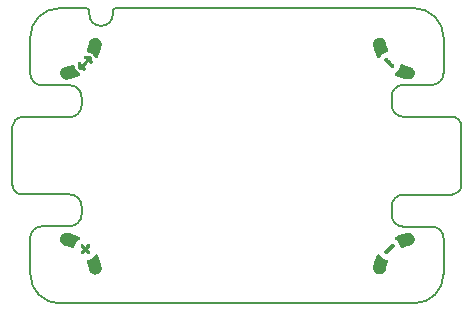
<source format=gto>
%TF.GenerationSoftware,KiCad,Pcbnew,9.0.5*%
%TF.CreationDate,2025-10-03T12:11:26+01:00*%
%TF.ProjectId,mm_rotary_button,6d6d5f72-6f74-4617-9279-5f627574746f,0.4*%
%TF.SameCoordinates,PX8d24d00PY36d6160*%
%TF.FileFunction,Legend,Top*%
%TF.FilePolarity,Positive*%
%FSLAX45Y45*%
G04 Gerber Fmt 4.5, Leading zero omitted, Abs format (unit mm)*
G04 Created by KiCad (PCBNEW 9.0.5) date 2025-10-03 12:11:26*
%MOMM*%
%LPD*%
G01*
G04 APERTURE LIST*
%ADD10C,0.200000*%
%ADD11C,0.010000*%
G04 APERTURE END LIST*
D10*
X-1250000Y1225000D02*
X-1250000Y1200000D01*
X-1315000Y427000D02*
X-1315000Y497000D01*
X-1900000Y247000D02*
X-1900000Y-247000D01*
X1409800Y330000D02*
G75*
G02*
X1310000Y430000I-100J99700D01*
G01*
X-1500000Y-1250000D02*
G75*
G02*
X-1750000Y-1000000I-80J249920D01*
G01*
X-1275000Y1250000D02*
G75*
G02*
X-1250000Y1225000I80J-24920D01*
G01*
X1750000Y700000D02*
X1750000Y1000000D01*
X1500000Y1250000D02*
X-1025000Y1250000D01*
X1650000Y-600000D02*
X1410000Y-600000D01*
X1820000Y330000D02*
G75*
G02*
X1900000Y250000I110J-79890D01*
G01*
X-1414800Y-597000D02*
X-1650000Y-597000D01*
X-1820000Y-327000D02*
G75*
G02*
X-1900000Y-247000I-110J79890D01*
G01*
X-1750000Y-697000D02*
G75*
G02*
X-1650000Y-597000I100040J-40D01*
G01*
X-1650000Y597000D02*
X-1414800Y597000D01*
X1650000Y-600000D02*
G75*
G02*
X1750000Y-700000I-40J-100040D01*
G01*
X-1275000Y1250000D02*
X-1500000Y1250000D01*
X-1750000Y1000000D02*
G75*
G02*
X-1500000Y1250000I249920J80D01*
G01*
X-1650000Y597000D02*
G75*
G02*
X-1750000Y697000I40J100040D01*
G01*
X-1050000Y1200000D02*
X-1050000Y1225000D01*
X-1900000Y247000D02*
G75*
G02*
X-1820000Y327000I79890J110D01*
G01*
X1900000Y-250000D02*
X1900000Y250000D01*
X-1414800Y597000D02*
G75*
G02*
X-1315000Y497000I100J-99700D01*
G01*
X-1315000Y427000D02*
G75*
G02*
X-1414800Y327000I-100040J40D01*
G01*
X1310000Y500000D02*
G75*
G02*
X1410000Y600000I100040J-40D01*
G01*
X1820000Y330000D02*
X1409800Y330000D01*
X-1050000Y1225000D02*
G75*
G02*
X-1025000Y1250000I24920J80D01*
G01*
X-1750000Y-697000D02*
X-1750000Y-1000000D01*
X1410000Y-330000D02*
X1820000Y-330000D01*
X1410000Y-600000D02*
G75*
G02*
X1310000Y-500000I40J100040D01*
G01*
X1750000Y700000D02*
G75*
G02*
X1650000Y600000I-100040J40D01*
G01*
X-1820000Y-327000D02*
X-1415000Y-327000D01*
X-1050000Y1200000D02*
G75*
G02*
X-1250000Y1200000I-100000J0D01*
G01*
X1500000Y1250000D02*
G75*
G02*
X1750000Y1000000I80J-249920D01*
G01*
X-1314800Y-497000D02*
G75*
G02*
X-1414800Y-597000I-100040J40D01*
G01*
X-1750000Y1000000D02*
X-1750000Y697000D01*
X-1415000Y-327000D02*
G75*
G02*
X-1315000Y-427000I-40J-100040D01*
G01*
X1750000Y-1000000D02*
X1750000Y-700000D01*
X1410000Y600000D02*
X1650000Y600000D01*
X1310000Y-430000D02*
X1310000Y-500000D01*
X-1500000Y-1250000D02*
X1500000Y-1250000D01*
X-1414800Y327000D02*
X-1820000Y327000D01*
X1750000Y-1000000D02*
G75*
G02*
X1500000Y-1250000I-249920J-80D01*
G01*
X1310000Y500000D02*
X1310000Y430000D01*
X1310000Y-430000D02*
G75*
G02*
X1410000Y-330000I99870J130D01*
G01*
X-1314800Y-497000D02*
X-1315000Y-427000D01*
X1900000Y-250000D02*
G75*
G02*
X1820000Y-330000I-79890J-110D01*
G01*
D11*
%TO.C,MH3*%
X-1192931Y-836394D02*
X-1191257Y-837027D01*
X-1189695Y-838171D01*
X-1188172Y-839891D01*
X-1186619Y-842253D01*
X-1184964Y-845323D01*
X-1184948Y-845354D01*
X-1179208Y-857513D01*
X-1173866Y-870278D01*
X-1168954Y-883549D01*
X-1164506Y-897227D01*
X-1160557Y-911211D01*
X-1157140Y-925402D01*
X-1155899Y-931266D01*
X-1154818Y-937214D01*
X-1154127Y-942527D01*
X-1153821Y-947262D01*
X-1153897Y-951472D01*
X-1154284Y-954831D01*
X-1155733Y-961174D01*
X-1157871Y-967152D01*
X-1160673Y-972730D01*
X-1164116Y-977873D01*
X-1168175Y-982545D01*
X-1172826Y-986712D01*
X-1178047Y-990338D01*
X-1178878Y-990834D01*
X-1184149Y-993463D01*
X-1189773Y-995434D01*
X-1195641Y-996736D01*
X-1201647Y-997358D01*
X-1207684Y-997290D01*
X-1213646Y-996520D01*
X-1219426Y-995039D01*
X-1219807Y-994913D01*
X-1225413Y-992621D01*
X-1230708Y-989641D01*
X-1235624Y-986040D01*
X-1240091Y-981884D01*
X-1244042Y-977239D01*
X-1247407Y-972174D01*
X-1250118Y-966754D01*
X-1250986Y-964554D01*
X-1251441Y-963125D01*
X-1251994Y-961102D01*
X-1252599Y-958674D01*
X-1253208Y-956026D01*
X-1253776Y-953347D01*
X-1253785Y-953303D01*
X-1255948Y-943330D01*
X-1258307Y-933953D01*
X-1260919Y-924988D01*
X-1263839Y-916248D01*
X-1267123Y-907550D01*
X-1269078Y-902780D01*
X-1270446Y-899330D01*
X-1271384Y-896446D01*
X-1271897Y-894035D01*
X-1271989Y-891999D01*
X-1271668Y-890243D01*
X-1270937Y-888671D01*
X-1269942Y-887343D01*
X-1269047Y-886417D01*
X-1268076Y-885650D01*
X-1266891Y-884976D01*
X-1265351Y-884329D01*
X-1263320Y-883640D01*
X-1260658Y-882843D01*
X-1260569Y-882818D01*
X-1254890Y-881049D01*
X-1249717Y-879145D01*
X-1244763Y-876992D01*
X-1241457Y-875373D01*
X-1233943Y-871099D01*
X-1226785Y-866147D01*
X-1220056Y-860579D01*
X-1213827Y-854458D01*
X-1208173Y-847848D01*
X-1205396Y-844116D01*
X-1203203Y-841237D01*
X-1201170Y-839061D01*
X-1199224Y-837537D01*
X-1197292Y-836609D01*
X-1195302Y-836223D01*
X-1194786Y-836205D01*
X-1192931Y-836394D01*
G36*
X-1192931Y-836394D02*
G01*
X-1191257Y-837027D01*
X-1189695Y-838171D01*
X-1188172Y-839891D01*
X-1186619Y-842253D01*
X-1184964Y-845323D01*
X-1184948Y-845354D01*
X-1179208Y-857513D01*
X-1173866Y-870278D01*
X-1168954Y-883549D01*
X-1164506Y-897227D01*
X-1160557Y-911211D01*
X-1157140Y-925402D01*
X-1155899Y-931266D01*
X-1154818Y-937214D01*
X-1154127Y-942527D01*
X-1153821Y-947262D01*
X-1153897Y-951472D01*
X-1154284Y-954831D01*
X-1155733Y-961174D01*
X-1157871Y-967152D01*
X-1160673Y-972730D01*
X-1164116Y-977873D01*
X-1168175Y-982545D01*
X-1172826Y-986712D01*
X-1178047Y-990338D01*
X-1178878Y-990834D01*
X-1184149Y-993463D01*
X-1189773Y-995434D01*
X-1195641Y-996736D01*
X-1201647Y-997358D01*
X-1207684Y-997290D01*
X-1213646Y-996520D01*
X-1219426Y-995039D01*
X-1219807Y-994913D01*
X-1225413Y-992621D01*
X-1230708Y-989641D01*
X-1235624Y-986040D01*
X-1240091Y-981884D01*
X-1244042Y-977239D01*
X-1247407Y-972174D01*
X-1250118Y-966754D01*
X-1250986Y-964554D01*
X-1251441Y-963125D01*
X-1251994Y-961102D01*
X-1252599Y-958674D01*
X-1253208Y-956026D01*
X-1253776Y-953347D01*
X-1253785Y-953303D01*
X-1255948Y-943330D01*
X-1258307Y-933953D01*
X-1260919Y-924988D01*
X-1263839Y-916248D01*
X-1267123Y-907550D01*
X-1269078Y-902780D01*
X-1270446Y-899330D01*
X-1271384Y-896446D01*
X-1271897Y-894035D01*
X-1271989Y-891999D01*
X-1271668Y-890243D01*
X-1270937Y-888671D01*
X-1269942Y-887343D01*
X-1269047Y-886417D01*
X-1268076Y-885650D01*
X-1266891Y-884976D01*
X-1265351Y-884329D01*
X-1263320Y-883640D01*
X-1260658Y-882843D01*
X-1260569Y-882818D01*
X-1254890Y-881049D01*
X-1249717Y-879145D01*
X-1244763Y-876992D01*
X-1241457Y-875373D01*
X-1233943Y-871099D01*
X-1226785Y-866147D01*
X-1220056Y-860579D01*
X-1213827Y-854458D01*
X-1208173Y-847848D01*
X-1205396Y-844116D01*
X-1203203Y-841237D01*
X-1201170Y-839061D01*
X-1199224Y-837537D01*
X-1197292Y-836609D01*
X-1195302Y-836223D01*
X-1194786Y-836205D01*
X-1192931Y-836394D01*
G37*
X-1447018Y-654034D02*
X-1444850Y-654071D01*
X-1442753Y-654172D01*
X-1440629Y-654351D01*
X-1438376Y-654625D01*
X-1435895Y-655011D01*
X-1433084Y-655524D01*
X-1429843Y-656180D01*
X-1426072Y-656996D01*
X-1421671Y-657988D01*
X-1419832Y-658410D01*
X-1408491Y-661261D01*
X-1396873Y-664641D01*
X-1385164Y-668482D01*
X-1373550Y-672718D01*
X-1362217Y-677282D01*
X-1351349Y-682108D01*
X-1344232Y-685549D01*
X-1341479Y-686997D01*
X-1339376Y-688277D01*
X-1337819Y-689468D01*
X-1336704Y-690652D01*
X-1335927Y-691910D01*
X-1335840Y-692096D01*
X-1335242Y-693899D01*
X-1335247Y-695582D01*
X-1335643Y-697006D01*
X-1336728Y-698977D01*
X-1338560Y-701002D01*
X-1341098Y-703036D01*
X-1341577Y-703366D01*
X-1348900Y-708774D01*
X-1355647Y-714694D01*
X-1361793Y-721098D01*
X-1367315Y-727957D01*
X-1372187Y-735240D01*
X-1376387Y-742920D01*
X-1378938Y-748575D01*
X-1380172Y-751694D01*
X-1381294Y-754833D01*
X-1382369Y-758196D01*
X-1383463Y-761983D01*
X-1384348Y-765277D01*
X-1384880Y-767101D01*
X-1385421Y-768406D01*
X-1386105Y-769456D01*
X-1386850Y-770298D01*
X-1388407Y-771642D01*
X-1390045Y-772450D01*
X-1391876Y-772726D01*
X-1394010Y-772476D01*
X-1396555Y-771702D01*
X-1398798Y-770783D01*
X-1410850Y-765838D01*
X-1423279Y-761510D01*
X-1436143Y-757780D01*
X-1449501Y-754630D01*
X-1452569Y-754002D01*
X-1456037Y-753292D01*
X-1458875Y-752660D01*
X-1461237Y-752063D01*
X-1463276Y-751455D01*
X-1465147Y-750793D01*
X-1467003Y-750030D01*
X-1468387Y-749407D01*
X-1473685Y-746533D01*
X-1478592Y-743019D01*
X-1483050Y-738937D01*
X-1487003Y-734359D01*
X-1490393Y-729360D01*
X-1493164Y-724012D01*
X-1495257Y-718387D01*
X-1496422Y-713655D01*
X-1497234Y-707379D01*
X-1497288Y-701216D01*
X-1496615Y-695215D01*
X-1495250Y-689423D01*
X-1493223Y-683890D01*
X-1490567Y-678665D01*
X-1487315Y-673794D01*
X-1483500Y-669328D01*
X-1479154Y-665315D01*
X-1474310Y-661803D01*
X-1469000Y-658840D01*
X-1463256Y-656476D01*
X-1457111Y-654759D01*
X-1456940Y-654722D01*
X-1455172Y-654404D01*
X-1453248Y-654191D01*
X-1450978Y-654072D01*
X-1448173Y-654031D01*
X-1447018Y-654034D01*
G36*
X-1447018Y-654034D02*
G01*
X-1444850Y-654071D01*
X-1442753Y-654172D01*
X-1440629Y-654351D01*
X-1438376Y-654625D01*
X-1435895Y-655011D01*
X-1433084Y-655524D01*
X-1429843Y-656180D01*
X-1426072Y-656996D01*
X-1421671Y-657988D01*
X-1419832Y-658410D01*
X-1408491Y-661261D01*
X-1396873Y-664641D01*
X-1385164Y-668482D01*
X-1373550Y-672718D01*
X-1362217Y-677282D01*
X-1351349Y-682108D01*
X-1344232Y-685549D01*
X-1341479Y-686997D01*
X-1339376Y-688277D01*
X-1337819Y-689468D01*
X-1336704Y-690652D01*
X-1335927Y-691910D01*
X-1335840Y-692096D01*
X-1335242Y-693899D01*
X-1335247Y-695582D01*
X-1335643Y-697006D01*
X-1336728Y-698977D01*
X-1338560Y-701002D01*
X-1341098Y-703036D01*
X-1341577Y-703366D01*
X-1348900Y-708774D01*
X-1355647Y-714694D01*
X-1361793Y-721098D01*
X-1367315Y-727957D01*
X-1372187Y-735240D01*
X-1376387Y-742920D01*
X-1378938Y-748575D01*
X-1380172Y-751694D01*
X-1381294Y-754833D01*
X-1382369Y-758196D01*
X-1383463Y-761983D01*
X-1384348Y-765277D01*
X-1384880Y-767101D01*
X-1385421Y-768406D01*
X-1386105Y-769456D01*
X-1386850Y-770298D01*
X-1388407Y-771642D01*
X-1390045Y-772450D01*
X-1391876Y-772726D01*
X-1394010Y-772476D01*
X-1396555Y-771702D01*
X-1398798Y-770783D01*
X-1410850Y-765838D01*
X-1423279Y-761510D01*
X-1436143Y-757780D01*
X-1449501Y-754630D01*
X-1452569Y-754002D01*
X-1456037Y-753292D01*
X-1458875Y-752660D01*
X-1461237Y-752063D01*
X-1463276Y-751455D01*
X-1465147Y-750793D01*
X-1467003Y-750030D01*
X-1468387Y-749407D01*
X-1473685Y-746533D01*
X-1478592Y-743019D01*
X-1483050Y-738937D01*
X-1487003Y-734359D01*
X-1490393Y-729360D01*
X-1493164Y-724012D01*
X-1495257Y-718387D01*
X-1496422Y-713655D01*
X-1497234Y-707379D01*
X-1497288Y-701216D01*
X-1496615Y-695215D01*
X-1495250Y-689423D01*
X-1493223Y-683890D01*
X-1490567Y-678665D01*
X-1487315Y-673794D01*
X-1483500Y-669328D01*
X-1479154Y-665315D01*
X-1474310Y-661803D01*
X-1469000Y-658840D01*
X-1463256Y-656476D01*
X-1457111Y-654759D01*
X-1456940Y-654722D01*
X-1455172Y-654404D01*
X-1453248Y-654191D01*
X-1450978Y-654072D01*
X-1448173Y-654031D01*
X-1447018Y-654034D01*
G37*
X-1311451Y-749774D02*
X-1310449Y-750050D01*
X-1309860Y-750269D01*
X-1309261Y-750567D01*
X-1308589Y-750998D01*
X-1307780Y-751620D01*
X-1306771Y-752487D01*
X-1305499Y-753655D01*
X-1303900Y-755181D01*
X-1301913Y-757120D01*
X-1299472Y-759528D01*
X-1297496Y-761488D01*
X-1286681Y-772223D01*
X-1276065Y-761703D01*
X-1273208Y-758894D01*
X-1270632Y-756407D01*
X-1268388Y-754286D01*
X-1266523Y-752577D01*
X-1265088Y-751326D01*
X-1264131Y-750579D01*
X-1263860Y-750415D01*
X-1262045Y-749851D01*
X-1259845Y-749625D01*
X-1257574Y-749733D01*
X-1255548Y-750171D01*
X-1254695Y-750529D01*
X-1252772Y-751894D01*
X-1251094Y-753731D01*
X-1249969Y-755663D01*
X-1249562Y-757250D01*
X-1249400Y-759249D01*
X-1249480Y-761317D01*
X-1249804Y-763112D01*
X-1249989Y-763649D01*
X-1250481Y-764400D01*
X-1251545Y-765681D01*
X-1253173Y-767481D01*
X-1255356Y-769791D01*
X-1258084Y-772599D01*
X-1261347Y-775897D01*
X-1261386Y-775936D01*
X-1272169Y-786747D01*
X-1261586Y-797377D01*
X-1258492Y-800504D01*
X-1255941Y-803123D01*
X-1253900Y-805272D01*
X-1252333Y-806989D01*
X-1251208Y-808311D01*
X-1250490Y-809274D01*
X-1250197Y-809783D01*
X-1249490Y-812214D01*
X-1249381Y-814873D01*
X-1249862Y-817471D01*
X-1250402Y-818824D01*
X-1251968Y-821145D01*
X-1254030Y-822867D01*
X-1256293Y-823873D01*
X-1258062Y-824311D01*
X-1259564Y-824415D01*
X-1261164Y-824181D01*
X-1262499Y-823827D01*
X-1263073Y-823640D01*
X-1263636Y-823392D01*
X-1264251Y-823029D01*
X-1264981Y-822496D01*
X-1265887Y-821738D01*
X-1267032Y-820699D01*
X-1268478Y-819326D01*
X-1270289Y-817562D01*
X-1272525Y-815352D01*
X-1275251Y-812643D01*
X-1275667Y-812228D01*
X-1286681Y-801259D01*
X-1297694Y-812228D01*
X-1300492Y-815010D01*
X-1302792Y-817285D01*
X-1304657Y-819107D01*
X-1306150Y-820532D01*
X-1307333Y-821613D01*
X-1308268Y-822407D01*
X-1309018Y-822967D01*
X-1309645Y-823350D01*
X-1310212Y-823611D01*
X-1310781Y-823803D01*
X-1310863Y-823827D01*
X-1312741Y-824292D01*
X-1314270Y-824418D01*
X-1315817Y-824208D01*
X-1317069Y-823873D01*
X-1319535Y-822749D01*
X-1321523Y-821040D01*
X-1322966Y-818841D01*
X-1323797Y-816245D01*
X-1323978Y-814160D01*
X-1323955Y-813044D01*
X-1323860Y-812048D01*
X-1323643Y-811103D01*
X-1323256Y-810141D01*
X-1322649Y-809093D01*
X-1321771Y-807892D01*
X-1320575Y-806470D01*
X-1319009Y-804759D01*
X-1317026Y-802689D01*
X-1314574Y-800195D01*
X-1311776Y-797377D01*
X-1301193Y-786747D01*
X-1311959Y-775936D01*
X-1315199Y-772661D01*
X-1317875Y-769908D01*
X-1320003Y-767659D01*
X-1321602Y-765896D01*
X-1322687Y-764600D01*
X-1323275Y-763753D01*
X-1323356Y-763588D01*
X-1323943Y-761196D01*
X-1323921Y-758591D01*
X-1323335Y-756014D01*
X-1322230Y-753702D01*
X-1321285Y-752487D01*
X-1319266Y-750908D01*
X-1316836Y-749903D01*
X-1314172Y-749512D01*
X-1311451Y-749774D01*
G36*
X-1311451Y-749774D02*
G01*
X-1310449Y-750050D01*
X-1309860Y-750269D01*
X-1309261Y-750567D01*
X-1308589Y-750998D01*
X-1307780Y-751620D01*
X-1306771Y-752487D01*
X-1305499Y-753655D01*
X-1303900Y-755181D01*
X-1301913Y-757120D01*
X-1299472Y-759528D01*
X-1297496Y-761488D01*
X-1286681Y-772223D01*
X-1276065Y-761703D01*
X-1273208Y-758894D01*
X-1270632Y-756407D01*
X-1268388Y-754286D01*
X-1266523Y-752577D01*
X-1265088Y-751326D01*
X-1264131Y-750579D01*
X-1263860Y-750415D01*
X-1262045Y-749851D01*
X-1259845Y-749625D01*
X-1257574Y-749733D01*
X-1255548Y-750171D01*
X-1254695Y-750529D01*
X-1252772Y-751894D01*
X-1251094Y-753731D01*
X-1249969Y-755663D01*
X-1249562Y-757250D01*
X-1249400Y-759249D01*
X-1249480Y-761317D01*
X-1249804Y-763112D01*
X-1249989Y-763649D01*
X-1250481Y-764400D01*
X-1251545Y-765681D01*
X-1253173Y-767481D01*
X-1255356Y-769791D01*
X-1258084Y-772599D01*
X-1261347Y-775897D01*
X-1261386Y-775936D01*
X-1272169Y-786747D01*
X-1261586Y-797377D01*
X-1258492Y-800504D01*
X-1255941Y-803123D01*
X-1253900Y-805272D01*
X-1252333Y-806989D01*
X-1251208Y-808311D01*
X-1250490Y-809274D01*
X-1250197Y-809783D01*
X-1249490Y-812214D01*
X-1249381Y-814873D01*
X-1249862Y-817471D01*
X-1250402Y-818824D01*
X-1251968Y-821145D01*
X-1254030Y-822867D01*
X-1256293Y-823873D01*
X-1258062Y-824311D01*
X-1259564Y-824415D01*
X-1261164Y-824181D01*
X-1262499Y-823827D01*
X-1263073Y-823640D01*
X-1263636Y-823392D01*
X-1264251Y-823029D01*
X-1264981Y-822496D01*
X-1265887Y-821738D01*
X-1267032Y-820699D01*
X-1268478Y-819326D01*
X-1270289Y-817562D01*
X-1272525Y-815352D01*
X-1275251Y-812643D01*
X-1275667Y-812228D01*
X-1286681Y-801259D01*
X-1297694Y-812228D01*
X-1300492Y-815010D01*
X-1302792Y-817285D01*
X-1304657Y-819107D01*
X-1306150Y-820532D01*
X-1307333Y-821613D01*
X-1308268Y-822407D01*
X-1309018Y-822967D01*
X-1309645Y-823350D01*
X-1310212Y-823611D01*
X-1310781Y-823803D01*
X-1310863Y-823827D01*
X-1312741Y-824292D01*
X-1314270Y-824418D01*
X-1315817Y-824208D01*
X-1317069Y-823873D01*
X-1319535Y-822749D01*
X-1321523Y-821040D01*
X-1322966Y-818841D01*
X-1323797Y-816245D01*
X-1323978Y-814160D01*
X-1323955Y-813044D01*
X-1323860Y-812048D01*
X-1323643Y-811103D01*
X-1323256Y-810141D01*
X-1322649Y-809093D01*
X-1321771Y-807892D01*
X-1320575Y-806470D01*
X-1319009Y-804759D01*
X-1317026Y-802689D01*
X-1314574Y-800195D01*
X-1311776Y-797377D01*
X-1301193Y-786747D01*
X-1311959Y-775936D01*
X-1315199Y-772661D01*
X-1317875Y-769908D01*
X-1320003Y-767659D01*
X-1321602Y-765896D01*
X-1322687Y-764600D01*
X-1323275Y-763753D01*
X-1323356Y-763588D01*
X-1323943Y-761196D01*
X-1323921Y-758591D01*
X-1323335Y-756014D01*
X-1322230Y-753702D01*
X-1321285Y-752487D01*
X-1319266Y-750908D01*
X-1316836Y-749903D01*
X-1314172Y-749512D01*
X-1311451Y-749774D01*
G37*
%TO.C,MH4*%
X1451195Y-653549D02*
X1454554Y-653936D01*
X1460897Y-655385D01*
X1466875Y-657522D01*
X1472453Y-660325D01*
X1477596Y-663767D01*
X1482268Y-667826D01*
X1486435Y-672478D01*
X1490061Y-677698D01*
X1490557Y-678529D01*
X1493186Y-683801D01*
X1495157Y-689424D01*
X1496459Y-695292D01*
X1497081Y-701298D01*
X1497013Y-707336D01*
X1496243Y-713298D01*
X1494762Y-719077D01*
X1494636Y-719459D01*
X1492344Y-725065D01*
X1489364Y-730360D01*
X1485763Y-735275D01*
X1481607Y-739742D01*
X1476962Y-743693D01*
X1471897Y-747058D01*
X1466477Y-749770D01*
X1464276Y-750637D01*
X1462848Y-751092D01*
X1460825Y-751645D01*
X1458397Y-752250D01*
X1455749Y-752860D01*
X1453070Y-753428D01*
X1453026Y-753437D01*
X1443053Y-755599D01*
X1433676Y-757958D01*
X1424711Y-760570D01*
X1415971Y-763490D01*
X1407273Y-766775D01*
X1402503Y-768730D01*
X1399053Y-770098D01*
X1396169Y-771035D01*
X1393758Y-771548D01*
X1391722Y-771641D01*
X1389966Y-771319D01*
X1388394Y-770589D01*
X1387066Y-769594D01*
X1386140Y-768699D01*
X1385373Y-767728D01*
X1384699Y-766542D01*
X1384052Y-765003D01*
X1383363Y-762972D01*
X1382566Y-760309D01*
X1382541Y-760221D01*
X1380772Y-754542D01*
X1378868Y-749368D01*
X1376715Y-744414D01*
X1375096Y-741108D01*
X1370822Y-733595D01*
X1365870Y-726437D01*
X1360302Y-719707D01*
X1354181Y-713479D01*
X1347571Y-707824D01*
X1343839Y-705048D01*
X1340960Y-702855D01*
X1338784Y-700821D01*
X1337260Y-698875D01*
X1336332Y-696943D01*
X1335946Y-694954D01*
X1335928Y-694437D01*
X1336117Y-692582D01*
X1336750Y-690909D01*
X1337894Y-689346D01*
X1339614Y-687824D01*
X1341976Y-686270D01*
X1345046Y-684615D01*
X1345077Y-684599D01*
X1357236Y-678860D01*
X1370001Y-673517D01*
X1383272Y-668605D01*
X1396950Y-664158D01*
X1410934Y-660209D01*
X1425125Y-656791D01*
X1430989Y-655550D01*
X1436937Y-654469D01*
X1442250Y-653778D01*
X1446985Y-653472D01*
X1451195Y-653549D01*
G36*
X1451195Y-653549D02*
G01*
X1454554Y-653936D01*
X1460897Y-655385D01*
X1466875Y-657522D01*
X1472453Y-660325D01*
X1477596Y-663767D01*
X1482268Y-667826D01*
X1486435Y-672478D01*
X1490061Y-677698D01*
X1490557Y-678529D01*
X1493186Y-683801D01*
X1495157Y-689424D01*
X1496459Y-695292D01*
X1497081Y-701298D01*
X1497013Y-707336D01*
X1496243Y-713298D01*
X1494762Y-719077D01*
X1494636Y-719459D01*
X1492344Y-725065D01*
X1489364Y-730360D01*
X1485763Y-735275D01*
X1481607Y-739742D01*
X1476962Y-743693D01*
X1471897Y-747058D01*
X1466477Y-749770D01*
X1464276Y-750637D01*
X1462848Y-751092D01*
X1460825Y-751645D01*
X1458397Y-752250D01*
X1455749Y-752860D01*
X1453070Y-753428D01*
X1453026Y-753437D01*
X1443053Y-755599D01*
X1433676Y-757958D01*
X1424711Y-760570D01*
X1415971Y-763490D01*
X1407273Y-766775D01*
X1402503Y-768730D01*
X1399053Y-770098D01*
X1396169Y-771035D01*
X1393758Y-771548D01*
X1391722Y-771641D01*
X1389966Y-771319D01*
X1388394Y-770589D01*
X1387066Y-769594D01*
X1386140Y-768699D01*
X1385373Y-767728D01*
X1384699Y-766542D01*
X1384052Y-765003D01*
X1383363Y-762972D01*
X1382566Y-760309D01*
X1382541Y-760221D01*
X1380772Y-754542D01*
X1378868Y-749368D01*
X1376715Y-744414D01*
X1375096Y-741108D01*
X1370822Y-733595D01*
X1365870Y-726437D01*
X1360302Y-719707D01*
X1354181Y-713479D01*
X1347571Y-707824D01*
X1343839Y-705048D01*
X1340960Y-702855D01*
X1338784Y-700821D01*
X1337260Y-698875D01*
X1336332Y-696943D01*
X1335946Y-694954D01*
X1335928Y-694437D01*
X1336117Y-692582D01*
X1336750Y-690909D01*
X1337894Y-689346D01*
X1339614Y-687824D01*
X1341976Y-686270D01*
X1345046Y-684615D01*
X1345077Y-684599D01*
X1357236Y-678860D01*
X1370001Y-673517D01*
X1383272Y-668605D01*
X1396950Y-664158D01*
X1410934Y-660209D01*
X1425125Y-656791D01*
X1430989Y-655550D01*
X1436937Y-654469D01*
X1442250Y-653778D01*
X1446985Y-653472D01*
X1451195Y-653549D01*
G37*
X1195305Y-834899D02*
X1196729Y-835294D01*
X1198700Y-836380D01*
X1200725Y-838212D01*
X1202759Y-840750D01*
X1203089Y-841228D01*
X1208497Y-848552D01*
X1214417Y-855298D01*
X1220821Y-861445D01*
X1227680Y-866966D01*
X1234963Y-871839D01*
X1242643Y-876038D01*
X1248298Y-878589D01*
X1251417Y-879824D01*
X1254556Y-880946D01*
X1257919Y-882021D01*
X1261706Y-883114D01*
X1265000Y-884000D01*
X1266824Y-884531D01*
X1268129Y-885073D01*
X1269179Y-885756D01*
X1270021Y-886502D01*
X1271365Y-888058D01*
X1272173Y-889697D01*
X1272449Y-891528D01*
X1272199Y-893661D01*
X1271425Y-896206D01*
X1270506Y-898449D01*
X1265561Y-910501D01*
X1261233Y-922930D01*
X1257503Y-935794D01*
X1254353Y-949152D01*
X1253725Y-952220D01*
X1253015Y-955688D01*
X1252383Y-958527D01*
X1251786Y-960888D01*
X1251178Y-962928D01*
X1250516Y-964799D01*
X1249753Y-966655D01*
X1249130Y-968039D01*
X1246256Y-973337D01*
X1242742Y-978244D01*
X1238660Y-982702D01*
X1234082Y-986655D01*
X1229083Y-990045D01*
X1223735Y-992815D01*
X1218110Y-994909D01*
X1213378Y-996073D01*
X1207102Y-996886D01*
X1200939Y-996939D01*
X1194938Y-996267D01*
X1189146Y-994901D01*
X1183613Y-992874D01*
X1178387Y-990219D01*
X1173517Y-986967D01*
X1169051Y-983152D01*
X1165038Y-978806D01*
X1161525Y-973961D01*
X1158563Y-968651D01*
X1156199Y-962907D01*
X1154482Y-956763D01*
X1154445Y-956592D01*
X1154127Y-954823D01*
X1153914Y-952899D01*
X1153795Y-950629D01*
X1153754Y-947824D01*
X1153757Y-946670D01*
X1153794Y-944501D01*
X1153895Y-942405D01*
X1154074Y-940281D01*
X1154348Y-938028D01*
X1154734Y-935546D01*
X1155247Y-932735D01*
X1155903Y-929494D01*
X1156719Y-925724D01*
X1157711Y-921322D01*
X1158133Y-919484D01*
X1160984Y-908142D01*
X1164364Y-896525D01*
X1168205Y-884816D01*
X1172441Y-873202D01*
X1177005Y-861868D01*
X1181831Y-851000D01*
X1185272Y-843883D01*
X1186720Y-841131D01*
X1188000Y-839028D01*
X1189191Y-837470D01*
X1190375Y-836355D01*
X1191633Y-835578D01*
X1191819Y-835491D01*
X1193622Y-834894D01*
X1195305Y-834899D01*
G36*
X1195305Y-834899D02*
G01*
X1196729Y-835294D01*
X1198700Y-836380D01*
X1200725Y-838212D01*
X1202759Y-840750D01*
X1203089Y-841228D01*
X1208497Y-848552D01*
X1214417Y-855298D01*
X1220821Y-861445D01*
X1227680Y-866966D01*
X1234963Y-871839D01*
X1242643Y-876038D01*
X1248298Y-878589D01*
X1251417Y-879824D01*
X1254556Y-880946D01*
X1257919Y-882021D01*
X1261706Y-883114D01*
X1265000Y-884000D01*
X1266824Y-884531D01*
X1268129Y-885073D01*
X1269179Y-885756D01*
X1270021Y-886502D01*
X1271365Y-888058D01*
X1272173Y-889697D01*
X1272449Y-891528D01*
X1272199Y-893661D01*
X1271425Y-896206D01*
X1270506Y-898449D01*
X1265561Y-910501D01*
X1261233Y-922930D01*
X1257503Y-935794D01*
X1254353Y-949152D01*
X1253725Y-952220D01*
X1253015Y-955688D01*
X1252383Y-958527D01*
X1251786Y-960888D01*
X1251178Y-962928D01*
X1250516Y-964799D01*
X1249753Y-966655D01*
X1249130Y-968039D01*
X1246256Y-973337D01*
X1242742Y-978244D01*
X1238660Y-982702D01*
X1234082Y-986655D01*
X1229083Y-990045D01*
X1223735Y-992815D01*
X1218110Y-994909D01*
X1213378Y-996073D01*
X1207102Y-996886D01*
X1200939Y-996939D01*
X1194938Y-996267D01*
X1189146Y-994901D01*
X1183613Y-992874D01*
X1178387Y-990219D01*
X1173517Y-986967D01*
X1169051Y-983152D01*
X1165038Y-978806D01*
X1161525Y-973961D01*
X1158563Y-968651D01*
X1156199Y-962907D01*
X1154482Y-956763D01*
X1154445Y-956592D01*
X1154127Y-954823D01*
X1153914Y-952899D01*
X1153795Y-950629D01*
X1153754Y-947824D01*
X1153757Y-946670D01*
X1153794Y-944501D01*
X1153895Y-942405D01*
X1154074Y-940281D01*
X1154348Y-938028D01*
X1154734Y-935546D01*
X1155247Y-932735D01*
X1155903Y-929494D01*
X1156719Y-925724D01*
X1157711Y-921322D01*
X1158133Y-919484D01*
X1160984Y-908142D01*
X1164364Y-896525D01*
X1168205Y-884816D01*
X1172441Y-873202D01*
X1177005Y-861868D01*
X1181831Y-851000D01*
X1185272Y-843883D01*
X1186720Y-841131D01*
X1188000Y-839028D01*
X1189191Y-837470D01*
X1190375Y-836355D01*
X1191633Y-835578D01*
X1191819Y-835491D01*
X1193622Y-834894D01*
X1195305Y-834899D01*
G37*
X1316166Y-746567D02*
X1317064Y-746767D01*
X1320067Y-747991D01*
X1322565Y-749781D01*
X1324502Y-752059D01*
X1325820Y-754745D01*
X1326464Y-757762D01*
X1326491Y-759911D01*
X1326445Y-760663D01*
X1326385Y-761350D01*
X1326281Y-762008D01*
X1326101Y-762672D01*
X1325814Y-763379D01*
X1325390Y-764165D01*
X1324796Y-765064D01*
X1324001Y-766113D01*
X1322975Y-767347D01*
X1321685Y-768802D01*
X1320102Y-770514D01*
X1318193Y-772519D01*
X1315927Y-774852D01*
X1313273Y-777549D01*
X1310199Y-780645D01*
X1306675Y-784177D01*
X1302670Y-788180D01*
X1298151Y-792690D01*
X1295520Y-795315D01*
X1290864Y-799960D01*
X1286735Y-804077D01*
X1283097Y-807698D01*
X1279917Y-810856D01*
X1277160Y-813584D01*
X1274791Y-815914D01*
X1272776Y-817880D01*
X1271080Y-819515D01*
X1269669Y-820851D01*
X1268509Y-821921D01*
X1267564Y-822758D01*
X1266800Y-823394D01*
X1266183Y-823864D01*
X1265678Y-824198D01*
X1265251Y-824431D01*
X1264867Y-824595D01*
X1264649Y-824672D01*
X1261496Y-825344D01*
X1258405Y-825284D01*
X1255483Y-824531D01*
X1252836Y-823125D01*
X1250571Y-821105D01*
X1248951Y-818804D01*
X1248393Y-817723D01*
X1248046Y-816771D01*
X1247862Y-815700D01*
X1247791Y-814258D01*
X1247782Y-812923D01*
X1247816Y-810969D01*
X1247947Y-809551D01*
X1248218Y-808412D01*
X1248670Y-807298D01*
X1248732Y-807168D01*
X1248998Y-806725D01*
X1249474Y-806092D01*
X1250189Y-805238D01*
X1251172Y-804135D01*
X1252452Y-802750D01*
X1254058Y-801055D01*
X1256019Y-799019D01*
X1258364Y-796613D01*
X1261122Y-793805D01*
X1264322Y-790565D01*
X1267994Y-786865D01*
X1272166Y-782673D01*
X1276868Y-777959D01*
X1277902Y-776923D01*
X1282579Y-772242D01*
X1286732Y-768091D01*
X1290393Y-764439D01*
X1293598Y-761253D01*
X1296379Y-758501D01*
X1298771Y-756149D01*
X1300808Y-754165D01*
X1302523Y-752517D01*
X1303951Y-751172D01*
X1305125Y-750097D01*
X1306080Y-749260D01*
X1306848Y-748628D01*
X1307465Y-748169D01*
X1307964Y-747849D01*
X1308339Y-747654D01*
X1310896Y-746802D01*
X1313605Y-746429D01*
X1316166Y-746567D01*
G36*
X1316166Y-746567D02*
G01*
X1317064Y-746767D01*
X1320067Y-747991D01*
X1322565Y-749781D01*
X1324502Y-752059D01*
X1325820Y-754745D01*
X1326464Y-757762D01*
X1326491Y-759911D01*
X1326445Y-760663D01*
X1326385Y-761350D01*
X1326281Y-762008D01*
X1326101Y-762672D01*
X1325814Y-763379D01*
X1325390Y-764165D01*
X1324796Y-765064D01*
X1324001Y-766113D01*
X1322975Y-767347D01*
X1321685Y-768802D01*
X1320102Y-770514D01*
X1318193Y-772519D01*
X1315927Y-774852D01*
X1313273Y-777549D01*
X1310199Y-780645D01*
X1306675Y-784177D01*
X1302670Y-788180D01*
X1298151Y-792690D01*
X1295520Y-795315D01*
X1290864Y-799960D01*
X1286735Y-804077D01*
X1283097Y-807698D01*
X1279917Y-810856D01*
X1277160Y-813584D01*
X1274791Y-815914D01*
X1272776Y-817880D01*
X1271080Y-819515D01*
X1269669Y-820851D01*
X1268509Y-821921D01*
X1267564Y-822758D01*
X1266800Y-823394D01*
X1266183Y-823864D01*
X1265678Y-824198D01*
X1265251Y-824431D01*
X1264867Y-824595D01*
X1264649Y-824672D01*
X1261496Y-825344D01*
X1258405Y-825284D01*
X1255483Y-824531D01*
X1252836Y-823125D01*
X1250571Y-821105D01*
X1248951Y-818804D01*
X1248393Y-817723D01*
X1248046Y-816771D01*
X1247862Y-815700D01*
X1247791Y-814258D01*
X1247782Y-812923D01*
X1247816Y-810969D01*
X1247947Y-809551D01*
X1248218Y-808412D01*
X1248670Y-807298D01*
X1248732Y-807168D01*
X1248998Y-806725D01*
X1249474Y-806092D01*
X1250189Y-805238D01*
X1251172Y-804135D01*
X1252452Y-802750D01*
X1254058Y-801055D01*
X1256019Y-799019D01*
X1258364Y-796613D01*
X1261122Y-793805D01*
X1264322Y-790565D01*
X1267994Y-786865D01*
X1272166Y-782673D01*
X1276868Y-777959D01*
X1277902Y-776923D01*
X1282579Y-772242D01*
X1286732Y-768091D01*
X1290393Y-764439D01*
X1293598Y-761253D01*
X1296379Y-758501D01*
X1298771Y-756149D01*
X1300808Y-754165D01*
X1302523Y-752517D01*
X1303951Y-751172D01*
X1305125Y-750097D01*
X1306080Y-749260D01*
X1306848Y-748628D01*
X1307465Y-748169D01*
X1307964Y-747849D01*
X1308339Y-747654D01*
X1310896Y-746802D01*
X1313605Y-746429D01*
X1316166Y-746567D01*
G37*
%TO.C,MH2*%
X1207586Y997561D02*
X1213547Y996791D01*
X1219327Y995310D01*
X1219708Y995184D01*
X1225314Y992892D01*
X1230609Y989912D01*
X1235525Y986311D01*
X1239992Y982155D01*
X1243943Y977510D01*
X1247308Y972445D01*
X1250019Y967025D01*
X1250887Y964824D01*
X1251342Y963396D01*
X1251895Y961373D01*
X1252500Y958945D01*
X1253109Y956297D01*
X1253677Y953618D01*
X1253686Y953574D01*
X1255849Y943601D01*
X1258208Y934224D01*
X1260820Y925259D01*
X1263740Y916519D01*
X1267024Y907821D01*
X1268980Y903051D01*
X1270348Y899601D01*
X1271285Y896717D01*
X1271798Y894306D01*
X1271890Y892270D01*
X1271569Y890514D01*
X1270838Y888942D01*
X1269843Y887614D01*
X1268948Y886687D01*
X1267977Y885921D01*
X1266792Y885247D01*
X1265253Y884600D01*
X1263221Y883911D01*
X1260559Y883114D01*
X1260470Y883089D01*
X1254791Y881320D01*
X1249618Y879416D01*
X1244664Y877263D01*
X1241358Y875644D01*
X1233844Y871370D01*
X1226687Y866417D01*
X1219957Y860849D01*
X1213728Y854729D01*
X1208074Y848119D01*
X1205298Y844387D01*
X1203104Y841507D01*
X1201071Y839332D01*
X1199125Y837808D01*
X1197193Y836880D01*
X1195203Y836494D01*
X1194687Y836476D01*
X1192832Y836665D01*
X1191158Y837298D01*
X1189596Y838442D01*
X1188073Y840162D01*
X1186520Y842524D01*
X1184865Y845594D01*
X1184849Y845625D01*
X1179109Y857784D01*
X1173767Y870549D01*
X1168855Y883820D01*
X1164407Y897497D01*
X1160458Y911482D01*
X1157041Y925673D01*
X1155800Y931537D01*
X1154719Y937485D01*
X1154028Y942798D01*
X1153722Y947533D01*
X1153798Y951743D01*
X1154185Y955102D01*
X1155634Y961445D01*
X1157772Y967423D01*
X1160574Y973001D01*
X1164017Y978144D01*
X1168076Y982816D01*
X1172727Y986983D01*
X1177948Y990609D01*
X1178779Y991105D01*
X1184050Y993734D01*
X1189674Y995705D01*
X1195542Y997007D01*
X1201548Y997629D01*
X1207586Y997561D01*
G36*
X1207586Y997561D02*
G01*
X1213547Y996791D01*
X1219327Y995310D01*
X1219708Y995184D01*
X1225314Y992892D01*
X1230609Y989912D01*
X1235525Y986311D01*
X1239992Y982155D01*
X1243943Y977510D01*
X1247308Y972445D01*
X1250019Y967025D01*
X1250887Y964824D01*
X1251342Y963396D01*
X1251895Y961373D01*
X1252500Y958945D01*
X1253109Y956297D01*
X1253677Y953618D01*
X1253686Y953574D01*
X1255849Y943601D01*
X1258208Y934224D01*
X1260820Y925259D01*
X1263740Y916519D01*
X1267024Y907821D01*
X1268980Y903051D01*
X1270348Y899601D01*
X1271285Y896717D01*
X1271798Y894306D01*
X1271890Y892270D01*
X1271569Y890514D01*
X1270838Y888942D01*
X1269843Y887614D01*
X1268948Y886687D01*
X1267977Y885921D01*
X1266792Y885247D01*
X1265253Y884600D01*
X1263221Y883911D01*
X1260559Y883114D01*
X1260470Y883089D01*
X1254791Y881320D01*
X1249618Y879416D01*
X1244664Y877263D01*
X1241358Y875644D01*
X1233844Y871370D01*
X1226687Y866417D01*
X1219957Y860849D01*
X1213728Y854729D01*
X1208074Y848119D01*
X1205298Y844387D01*
X1203104Y841507D01*
X1201071Y839332D01*
X1199125Y837808D01*
X1197193Y836880D01*
X1195203Y836494D01*
X1194687Y836476D01*
X1192832Y836665D01*
X1191158Y837298D01*
X1189596Y838442D01*
X1188073Y840162D01*
X1186520Y842524D01*
X1184865Y845594D01*
X1184849Y845625D01*
X1179109Y857784D01*
X1173767Y870549D01*
X1168855Y883820D01*
X1164407Y897497D01*
X1160458Y911482D01*
X1157041Y925673D01*
X1155800Y931537D01*
X1154719Y937485D01*
X1154028Y942798D01*
X1153722Y947533D01*
X1153798Y951743D01*
X1154185Y955102D01*
X1155634Y961445D01*
X1157772Y967423D01*
X1160574Y973001D01*
X1164017Y978144D01*
X1168076Y982816D01*
X1172727Y986983D01*
X1177948Y990609D01*
X1178779Y991105D01*
X1184050Y993734D01*
X1189674Y995705D01*
X1195542Y997007D01*
X1201548Y997629D01*
X1207586Y997561D01*
G37*
X1260913Y826993D02*
X1261599Y826933D01*
X1262257Y826828D01*
X1262922Y826649D01*
X1263629Y826362D01*
X1264414Y825937D01*
X1265313Y825344D01*
X1266362Y824549D01*
X1267597Y823523D01*
X1269052Y822233D01*
X1270764Y820650D01*
X1272769Y818740D01*
X1275102Y816474D01*
X1277798Y813820D01*
X1280895Y810747D01*
X1284427Y807223D01*
X1288430Y803218D01*
X1292940Y798699D01*
X1295565Y796068D01*
X1300210Y791412D01*
X1304327Y787283D01*
X1307948Y783645D01*
X1311106Y780465D01*
X1313833Y777708D01*
X1316164Y775339D01*
X1318130Y773324D01*
X1319765Y771628D01*
X1321101Y770217D01*
X1322170Y769057D01*
X1323007Y768112D01*
X1323644Y767348D01*
X1324113Y766731D01*
X1324448Y766226D01*
X1324681Y765799D01*
X1324845Y765415D01*
X1324922Y765197D01*
X1325594Y762044D01*
X1325534Y758953D01*
X1324780Y756031D01*
X1323374Y753384D01*
X1321355Y751119D01*
X1319054Y749499D01*
X1317972Y748940D01*
X1317021Y748594D01*
X1315950Y748410D01*
X1314507Y748339D01*
X1313172Y748330D01*
X1311218Y748364D01*
X1309800Y748495D01*
X1308662Y748766D01*
X1307548Y749218D01*
X1307418Y749280D01*
X1306975Y749546D01*
X1306342Y750022D01*
X1305488Y750737D01*
X1304384Y751720D01*
X1303000Y753000D01*
X1301305Y754606D01*
X1299269Y756567D01*
X1296862Y758912D01*
X1294054Y761670D01*
X1290815Y764870D01*
X1287115Y768542D01*
X1282923Y772714D01*
X1278209Y777416D01*
X1277173Y778450D01*
X1272491Y783127D01*
X1268341Y787280D01*
X1264689Y790941D01*
X1261503Y794146D01*
X1258750Y796927D01*
X1256398Y799319D01*
X1254415Y801356D01*
X1252767Y803071D01*
X1251421Y804499D01*
X1250347Y805673D01*
X1249509Y806628D01*
X1248878Y807396D01*
X1248418Y808013D01*
X1248099Y808512D01*
X1247904Y808887D01*
X1247052Y811444D01*
X1246679Y814153D01*
X1246817Y816714D01*
X1247017Y817612D01*
X1248241Y820615D01*
X1250031Y823113D01*
X1252309Y825049D01*
X1254995Y826368D01*
X1258011Y827012D01*
X1260161Y827039D01*
X1260913Y826993D01*
G36*
X1260913Y826993D02*
G01*
X1261599Y826933D01*
X1262257Y826828D01*
X1262922Y826649D01*
X1263629Y826362D01*
X1264414Y825937D01*
X1265313Y825344D01*
X1266362Y824549D01*
X1267597Y823523D01*
X1269052Y822233D01*
X1270764Y820650D01*
X1272769Y818740D01*
X1275102Y816474D01*
X1277798Y813820D01*
X1280895Y810747D01*
X1284427Y807223D01*
X1288430Y803218D01*
X1292940Y798699D01*
X1295565Y796068D01*
X1300210Y791412D01*
X1304327Y787283D01*
X1307948Y783645D01*
X1311106Y780465D01*
X1313833Y777708D01*
X1316164Y775339D01*
X1318130Y773324D01*
X1319765Y771628D01*
X1321101Y770217D01*
X1322170Y769057D01*
X1323007Y768112D01*
X1323644Y767348D01*
X1324113Y766731D01*
X1324448Y766226D01*
X1324681Y765799D01*
X1324845Y765415D01*
X1324922Y765197D01*
X1325594Y762044D01*
X1325534Y758953D01*
X1324780Y756031D01*
X1323374Y753384D01*
X1321355Y751119D01*
X1319054Y749499D01*
X1317972Y748940D01*
X1317021Y748594D01*
X1315950Y748410D01*
X1314507Y748339D01*
X1313172Y748330D01*
X1311218Y748364D01*
X1309800Y748495D01*
X1308662Y748766D01*
X1307548Y749218D01*
X1307418Y749280D01*
X1306975Y749546D01*
X1306342Y750022D01*
X1305488Y750737D01*
X1304384Y751720D01*
X1303000Y753000D01*
X1301305Y754606D01*
X1299269Y756567D01*
X1296862Y758912D01*
X1294054Y761670D01*
X1290815Y764870D01*
X1287115Y768542D01*
X1282923Y772714D01*
X1278209Y777416D01*
X1277173Y778450D01*
X1272491Y783127D01*
X1268341Y787280D01*
X1264689Y790941D01*
X1261503Y794146D01*
X1258750Y796927D01*
X1256398Y799319D01*
X1254415Y801356D01*
X1252767Y803071D01*
X1251421Y804499D01*
X1250347Y805673D01*
X1249509Y806628D01*
X1248878Y807396D01*
X1248418Y808013D01*
X1248099Y808512D01*
X1247904Y808887D01*
X1247052Y811444D01*
X1246679Y814153D01*
X1246817Y816714D01*
X1247017Y817612D01*
X1248241Y820615D01*
X1250031Y823113D01*
X1252309Y825049D01*
X1254995Y826368D01*
X1258011Y827012D01*
X1260161Y827039D01*
X1260913Y826993D01*
G37*
X1393911Y772747D02*
X1396456Y771973D01*
X1398699Y771054D01*
X1410751Y766109D01*
X1423180Y761781D01*
X1436044Y758051D01*
X1449402Y754901D01*
X1452470Y754273D01*
X1455938Y753562D01*
X1458776Y752931D01*
X1461138Y752334D01*
X1463177Y751726D01*
X1465048Y751063D01*
X1466905Y750300D01*
X1468288Y749678D01*
X1473586Y746804D01*
X1478493Y743290D01*
X1482952Y739207D01*
X1486904Y734630D01*
X1490294Y729631D01*
X1493065Y724283D01*
X1495158Y718658D01*
X1496323Y713926D01*
X1497135Y707650D01*
X1497189Y701487D01*
X1496517Y695486D01*
X1495151Y689694D01*
X1493124Y684161D01*
X1490468Y678935D01*
X1487217Y674065D01*
X1483402Y669599D01*
X1479056Y665586D01*
X1474211Y662073D01*
X1468901Y659111D01*
X1463157Y656747D01*
X1457012Y655030D01*
X1456841Y654993D01*
X1455073Y654675D01*
X1453149Y654462D01*
X1450879Y654343D01*
X1448074Y654302D01*
X1446919Y654305D01*
X1444751Y654342D01*
X1442654Y654443D01*
X1440530Y654622D01*
X1438277Y654896D01*
X1435796Y655282D01*
X1432985Y655795D01*
X1429744Y656451D01*
X1425973Y657267D01*
X1421572Y658259D01*
X1419733Y658681D01*
X1408392Y661532D01*
X1396774Y664912D01*
X1385065Y668753D01*
X1373451Y672989D01*
X1362118Y677553D01*
X1351250Y682379D01*
X1344133Y685820D01*
X1341380Y687268D01*
X1339277Y688548D01*
X1337720Y689739D01*
X1336605Y690923D01*
X1335828Y692181D01*
X1335741Y692367D01*
X1335143Y694170D01*
X1335148Y695853D01*
X1335544Y697277D01*
X1336629Y699248D01*
X1338461Y701273D01*
X1340999Y703307D01*
X1341478Y703637D01*
X1348801Y709045D01*
X1355548Y714965D01*
X1361694Y721369D01*
X1367216Y728228D01*
X1372088Y735511D01*
X1376288Y743191D01*
X1378839Y748846D01*
X1380073Y751965D01*
X1381195Y755104D01*
X1382270Y758466D01*
X1383364Y762254D01*
X1384250Y765548D01*
X1384781Y767372D01*
X1385322Y768677D01*
X1386006Y769727D01*
X1386751Y770569D01*
X1388308Y771913D01*
X1389946Y772721D01*
X1391778Y772997D01*
X1393911Y772747D01*
G36*
X1393911Y772747D02*
G01*
X1396456Y771973D01*
X1398699Y771054D01*
X1410751Y766109D01*
X1423180Y761781D01*
X1436044Y758051D01*
X1449402Y754901D01*
X1452470Y754273D01*
X1455938Y753562D01*
X1458776Y752931D01*
X1461138Y752334D01*
X1463177Y751726D01*
X1465048Y751063D01*
X1466905Y750300D01*
X1468288Y749678D01*
X1473586Y746804D01*
X1478493Y743290D01*
X1482952Y739207D01*
X1486904Y734630D01*
X1490294Y729631D01*
X1493065Y724283D01*
X1495158Y718658D01*
X1496323Y713926D01*
X1497135Y707650D01*
X1497189Y701487D01*
X1496517Y695486D01*
X1495151Y689694D01*
X1493124Y684161D01*
X1490468Y678935D01*
X1487217Y674065D01*
X1483402Y669599D01*
X1479056Y665586D01*
X1474211Y662073D01*
X1468901Y659111D01*
X1463157Y656747D01*
X1457012Y655030D01*
X1456841Y654993D01*
X1455073Y654675D01*
X1453149Y654462D01*
X1450879Y654343D01*
X1448074Y654302D01*
X1446919Y654305D01*
X1444751Y654342D01*
X1442654Y654443D01*
X1440530Y654622D01*
X1438277Y654896D01*
X1435796Y655282D01*
X1432985Y655795D01*
X1429744Y656451D01*
X1425973Y657267D01*
X1421572Y658259D01*
X1419733Y658681D01*
X1408392Y661532D01*
X1396774Y664912D01*
X1385065Y668753D01*
X1373451Y672989D01*
X1362118Y677553D01*
X1351250Y682379D01*
X1344133Y685820D01*
X1341380Y687268D01*
X1339277Y688548D01*
X1337720Y689739D01*
X1336605Y690923D01*
X1335828Y692181D01*
X1335741Y692367D01*
X1335143Y694170D01*
X1335148Y695853D01*
X1335544Y697277D01*
X1336629Y699248D01*
X1338461Y701273D01*
X1340999Y703307D01*
X1341478Y703637D01*
X1348801Y709045D01*
X1355548Y714965D01*
X1361694Y721369D01*
X1367216Y728228D01*
X1372088Y735511D01*
X1376288Y743191D01*
X1378839Y748846D01*
X1380073Y751965D01*
X1381195Y755104D01*
X1382270Y758466D01*
X1383364Y762254D01*
X1384250Y765548D01*
X1384781Y767372D01*
X1385322Y768677D01*
X1386006Y769727D01*
X1386751Y770569D01*
X1388308Y771913D01*
X1389946Y772721D01*
X1391778Y772997D01*
X1393911Y772747D01*
G37*
%TO.C,MH1*%
X-1389984Y771069D02*
X-1388412Y770338D01*
X-1387084Y769343D01*
X-1386158Y768448D01*
X-1385391Y767477D01*
X-1384717Y766292D01*
X-1384070Y764752D01*
X-1383381Y762721D01*
X-1382584Y760059D01*
X-1382559Y759970D01*
X-1380790Y754291D01*
X-1378886Y749118D01*
X-1376733Y744164D01*
X-1375114Y740858D01*
X-1370840Y733344D01*
X-1365888Y726186D01*
X-1360320Y719457D01*
X-1354199Y713228D01*
X-1347589Y707574D01*
X-1343857Y704797D01*
X-1340978Y702604D01*
X-1338802Y700571D01*
X-1337278Y698625D01*
X-1336350Y696693D01*
X-1335964Y694703D01*
X-1335946Y694187D01*
X-1336135Y692332D01*
X-1336768Y690658D01*
X-1337912Y689096D01*
X-1339632Y687573D01*
X-1341994Y686020D01*
X-1345064Y684365D01*
X-1345095Y684349D01*
X-1357254Y678609D01*
X-1370019Y673267D01*
X-1383290Y668355D01*
X-1396968Y663907D01*
X-1410952Y659958D01*
X-1425143Y656541D01*
X-1431007Y655300D01*
X-1436955Y654219D01*
X-1442268Y653528D01*
X-1447003Y653222D01*
X-1451213Y653298D01*
X-1454572Y653685D01*
X-1460915Y655134D01*
X-1466893Y657272D01*
X-1472471Y660074D01*
X-1477614Y663517D01*
X-1482286Y667576D01*
X-1486453Y672227D01*
X-1490079Y677448D01*
X-1490575Y678279D01*
X-1493204Y683550D01*
X-1495175Y689174D01*
X-1496477Y695042D01*
X-1497099Y701048D01*
X-1497031Y707085D01*
X-1496261Y713047D01*
X-1494780Y718827D01*
X-1494654Y719208D01*
X-1492362Y724814D01*
X-1489382Y730109D01*
X-1485781Y735025D01*
X-1481625Y739492D01*
X-1476980Y743443D01*
X-1471915Y746808D01*
X-1466495Y749519D01*
X-1464294Y750387D01*
X-1462866Y750842D01*
X-1460843Y751395D01*
X-1458415Y751999D01*
X-1455767Y752609D01*
X-1453088Y753177D01*
X-1453044Y753186D01*
X-1443071Y755349D01*
X-1433694Y757708D01*
X-1424729Y760319D01*
X-1415989Y763240D01*
X-1407291Y766524D01*
X-1402521Y768479D01*
X-1399071Y769847D01*
X-1396187Y770785D01*
X-1393776Y771297D01*
X-1391740Y771390D01*
X-1389984Y771069D01*
G36*
X-1389984Y771069D02*
G01*
X-1388412Y770338D01*
X-1387084Y769343D01*
X-1386158Y768448D01*
X-1385391Y767477D01*
X-1384717Y766292D01*
X-1384070Y764752D01*
X-1383381Y762721D01*
X-1382584Y760059D01*
X-1382559Y759970D01*
X-1380790Y754291D01*
X-1378886Y749118D01*
X-1376733Y744164D01*
X-1375114Y740858D01*
X-1370840Y733344D01*
X-1365888Y726186D01*
X-1360320Y719457D01*
X-1354199Y713228D01*
X-1347589Y707574D01*
X-1343857Y704797D01*
X-1340978Y702604D01*
X-1338802Y700571D01*
X-1337278Y698625D01*
X-1336350Y696693D01*
X-1335964Y694703D01*
X-1335946Y694187D01*
X-1336135Y692332D01*
X-1336768Y690658D01*
X-1337912Y689096D01*
X-1339632Y687573D01*
X-1341994Y686020D01*
X-1345064Y684365D01*
X-1345095Y684349D01*
X-1357254Y678609D01*
X-1370019Y673267D01*
X-1383290Y668355D01*
X-1396968Y663907D01*
X-1410952Y659958D01*
X-1425143Y656541D01*
X-1431007Y655300D01*
X-1436955Y654219D01*
X-1442268Y653528D01*
X-1447003Y653222D01*
X-1451213Y653298D01*
X-1454572Y653685D01*
X-1460915Y655134D01*
X-1466893Y657272D01*
X-1472471Y660074D01*
X-1477614Y663517D01*
X-1482286Y667576D01*
X-1486453Y672227D01*
X-1490079Y677448D01*
X-1490575Y678279D01*
X-1493204Y683550D01*
X-1495175Y689174D01*
X-1496477Y695042D01*
X-1497099Y701048D01*
X-1497031Y707085D01*
X-1496261Y713047D01*
X-1494780Y718827D01*
X-1494654Y719208D01*
X-1492362Y724814D01*
X-1489382Y730109D01*
X-1485781Y735025D01*
X-1481625Y739492D01*
X-1476980Y743443D01*
X-1471915Y746808D01*
X-1466495Y749519D01*
X-1464294Y750387D01*
X-1462866Y750842D01*
X-1460843Y751395D01*
X-1458415Y751999D01*
X-1455767Y752609D01*
X-1453088Y753177D01*
X-1453044Y753186D01*
X-1443071Y755349D01*
X-1433694Y757708D01*
X-1424729Y760319D01*
X-1415989Y763240D01*
X-1407291Y766524D01*
X-1402521Y768479D01*
X-1399071Y769847D01*
X-1396187Y770785D01*
X-1393776Y771297D01*
X-1391740Y771390D01*
X-1389984Y771069D01*
G37*
X-1194956Y996016D02*
X-1189164Y994651D01*
X-1183631Y992624D01*
X-1178405Y989968D01*
X-1173535Y986716D01*
X-1169069Y982901D01*
X-1165056Y978555D01*
X-1161543Y973711D01*
X-1158581Y968401D01*
X-1156217Y962657D01*
X-1154500Y956512D01*
X-1154463Y956341D01*
X-1154145Y954573D01*
X-1153932Y952649D01*
X-1153813Y950379D01*
X-1153772Y947574D01*
X-1153775Y946419D01*
X-1153812Y944251D01*
X-1153913Y942154D01*
X-1154092Y940030D01*
X-1154366Y937777D01*
X-1154752Y935296D01*
X-1155265Y932485D01*
X-1155921Y929244D01*
X-1156737Y925473D01*
X-1157729Y921072D01*
X-1158151Y919233D01*
X-1161002Y907892D01*
X-1164382Y896274D01*
X-1168223Y884565D01*
X-1172459Y872951D01*
X-1177023Y861617D01*
X-1181849Y850750D01*
X-1185290Y843633D01*
X-1186738Y840880D01*
X-1188018Y838777D01*
X-1189209Y837220D01*
X-1190393Y836105D01*
X-1191651Y835328D01*
X-1191837Y835241D01*
X-1193640Y834643D01*
X-1195323Y834648D01*
X-1196747Y835044D01*
X-1198718Y836129D01*
X-1200743Y837961D01*
X-1202777Y840499D01*
X-1203107Y840978D01*
X-1208515Y848301D01*
X-1214435Y855048D01*
X-1220839Y861194D01*
X-1227698Y866716D01*
X-1234981Y871588D01*
X-1242661Y875788D01*
X-1248316Y878339D01*
X-1251435Y879573D01*
X-1254574Y880695D01*
X-1257937Y881770D01*
X-1261724Y882864D01*
X-1265018Y883749D01*
X-1266842Y884281D01*
X-1268147Y884822D01*
X-1269197Y885506D01*
X-1270039Y886251D01*
X-1271383Y887808D01*
X-1272191Y889446D01*
X-1272467Y891277D01*
X-1272217Y893411D01*
X-1271443Y895956D01*
X-1270524Y898199D01*
X-1265579Y910251D01*
X-1261251Y922680D01*
X-1257521Y935544D01*
X-1254371Y948902D01*
X-1253743Y951970D01*
X-1253033Y955438D01*
X-1252401Y958276D01*
X-1251804Y960638D01*
X-1251196Y962677D01*
X-1250534Y964548D01*
X-1249771Y966404D01*
X-1249148Y967788D01*
X-1246274Y973086D01*
X-1242760Y977993D01*
X-1238678Y982451D01*
X-1234100Y986404D01*
X-1229101Y989794D01*
X-1223753Y992565D01*
X-1218128Y994658D01*
X-1213396Y995823D01*
X-1207120Y996635D01*
X-1200957Y996689D01*
X-1194956Y996016D01*
G36*
X-1194956Y996016D02*
G01*
X-1189164Y994651D01*
X-1183631Y992624D01*
X-1178405Y989968D01*
X-1173535Y986716D01*
X-1169069Y982901D01*
X-1165056Y978555D01*
X-1161543Y973711D01*
X-1158581Y968401D01*
X-1156217Y962657D01*
X-1154500Y956512D01*
X-1154463Y956341D01*
X-1154145Y954573D01*
X-1153932Y952649D01*
X-1153813Y950379D01*
X-1153772Y947574D01*
X-1153775Y946419D01*
X-1153812Y944251D01*
X-1153913Y942154D01*
X-1154092Y940030D01*
X-1154366Y937777D01*
X-1154752Y935296D01*
X-1155265Y932485D01*
X-1155921Y929244D01*
X-1156737Y925473D01*
X-1157729Y921072D01*
X-1158151Y919233D01*
X-1161002Y907892D01*
X-1164382Y896274D01*
X-1168223Y884565D01*
X-1172459Y872951D01*
X-1177023Y861617D01*
X-1181849Y850750D01*
X-1185290Y843633D01*
X-1186738Y840880D01*
X-1188018Y838777D01*
X-1189209Y837220D01*
X-1190393Y836105D01*
X-1191651Y835328D01*
X-1191837Y835241D01*
X-1193640Y834643D01*
X-1195323Y834648D01*
X-1196747Y835044D01*
X-1198718Y836129D01*
X-1200743Y837961D01*
X-1202777Y840499D01*
X-1203107Y840978D01*
X-1208515Y848301D01*
X-1214435Y855048D01*
X-1220839Y861194D01*
X-1227698Y866716D01*
X-1234981Y871588D01*
X-1242661Y875788D01*
X-1248316Y878339D01*
X-1251435Y879573D01*
X-1254574Y880695D01*
X-1257937Y881770D01*
X-1261724Y882864D01*
X-1265018Y883749D01*
X-1266842Y884281D01*
X-1268147Y884822D01*
X-1269197Y885506D01*
X-1270039Y886251D01*
X-1271383Y887808D01*
X-1272191Y889446D01*
X-1272467Y891277D01*
X-1272217Y893411D01*
X-1271443Y895956D01*
X-1270524Y898199D01*
X-1265579Y910251D01*
X-1261251Y922680D01*
X-1257521Y935544D01*
X-1254371Y948902D01*
X-1253743Y951970D01*
X-1253033Y955438D01*
X-1252401Y958276D01*
X-1251804Y960638D01*
X-1251196Y962677D01*
X-1250534Y964548D01*
X-1249771Y966404D01*
X-1249148Y967788D01*
X-1246274Y973086D01*
X-1242760Y977993D01*
X-1238678Y982451D01*
X-1234100Y986404D01*
X-1229101Y989794D01*
X-1223753Y992565D01*
X-1218128Y994658D01*
X-1213396Y995823D01*
X-1207120Y996635D01*
X-1200957Y996689D01*
X-1194956Y996016D01*
G37*
X-1249308Y846221D02*
X-1247600Y846154D01*
X-1246248Y846027D01*
X-1245180Y845834D01*
X-1244324Y845570D01*
X-1243607Y845228D01*
X-1242955Y844804D01*
X-1242296Y844291D01*
X-1241969Y844023D01*
X-1240882Y842872D01*
X-1239850Y841353D01*
X-1239020Y839731D01*
X-1238538Y838271D01*
X-1238473Y837697D01*
X-1238386Y837112D01*
X-1238138Y835836D01*
X-1237745Y833949D01*
X-1237225Y831533D01*
X-1236596Y828668D01*
X-1235877Y825435D01*
X-1235083Y821917D01*
X-1234306Y818511D01*
X-1233243Y813850D01*
X-1232357Y809890D01*
X-1231637Y806564D01*
X-1231075Y803802D01*
X-1230658Y801536D01*
X-1230377Y799695D01*
X-1230223Y798211D01*
X-1230184Y797015D01*
X-1230251Y796037D01*
X-1230413Y795210D01*
X-1230660Y794462D01*
X-1230733Y794281D01*
X-1231915Y792274D01*
X-1233607Y790449D01*
X-1235459Y789143D01*
X-1237296Y788511D01*
X-1239520Y788243D01*
X-1241816Y788340D01*
X-1243870Y788800D01*
X-1244652Y789138D01*
X-1246260Y790239D01*
X-1247798Y791715D01*
X-1249013Y793302D01*
X-1249492Y794220D01*
X-1249726Y794965D01*
X-1250095Y796345D01*
X-1250567Y798222D01*
X-1251105Y800457D01*
X-1251676Y802912D01*
X-1251768Y803317D01*
X-1252314Y805706D01*
X-1252804Y807815D01*
X-1253209Y809529D01*
X-1253503Y810730D01*
X-1253657Y811302D01*
X-1253670Y811333D01*
X-1253939Y811076D01*
X-1254612Y810298D01*
X-1255603Y809101D01*
X-1256827Y807590D01*
X-1257617Y806598D01*
X-1267578Y794685D01*
X-1278137Y783292D01*
X-1289295Y772421D01*
X-1301051Y762071D01*
X-1307038Y757183D01*
X-1308749Y755794D01*
X-1310192Y754568D01*
X-1311271Y753592D01*
X-1311894Y752950D01*
X-1311999Y752735D01*
X-1311541Y752566D01*
X-1310428Y752238D01*
X-1308777Y751783D01*
X-1306705Y751233D01*
X-1304328Y750619D01*
X-1303362Y750374D01*
X-1300267Y749588D01*
X-1297837Y748954D01*
X-1295967Y748431D01*
X-1294549Y747982D01*
X-1293480Y747567D01*
X-1292653Y747149D01*
X-1291962Y746688D01*
X-1291302Y746146D01*
X-1290952Y745834D01*
X-1289229Y743788D01*
X-1288161Y741455D01*
X-1287731Y738965D01*
X-1287919Y736452D01*
X-1288707Y734046D01*
X-1290076Y731878D01*
X-1292008Y730080D01*
X-1293291Y729304D01*
X-1294404Y728801D01*
X-1295519Y728470D01*
X-1296747Y728320D01*
X-1298196Y728360D01*
X-1299978Y728598D01*
X-1302203Y729043D01*
X-1304982Y729705D01*
X-1307926Y730460D01*
X-1310751Y731197D01*
X-1314135Y732077D01*
X-1317870Y733046D01*
X-1321747Y734049D01*
X-1325556Y735033D01*
X-1328934Y735904D01*
X-1332622Y736861D01*
X-1335625Y737670D01*
X-1338030Y738366D01*
X-1339923Y738987D01*
X-1341391Y739569D01*
X-1342521Y740150D01*
X-1343400Y740766D01*
X-1344114Y741455D01*
X-1344750Y742253D01*
X-1345130Y742800D01*
X-1345526Y743408D01*
X-1345857Y744002D01*
X-1346124Y744651D01*
X-1346330Y745426D01*
X-1346477Y746394D01*
X-1346566Y747626D01*
X-1346600Y749190D01*
X-1346580Y751156D01*
X-1346509Y753592D01*
X-1346388Y756568D01*
X-1346220Y760154D01*
X-1346007Y764418D01*
X-1345844Y767594D01*
X-1345633Y771579D01*
X-1345421Y775361D01*
X-1345214Y778860D01*
X-1345016Y781994D01*
X-1344834Y784681D01*
X-1344672Y786839D01*
X-1344536Y788388D01*
X-1344431Y789245D01*
X-1344411Y789339D01*
X-1343415Y791668D01*
X-1341858Y793572D01*
X-1339870Y795014D01*
X-1337582Y795958D01*
X-1335125Y796366D01*
X-1332631Y796202D01*
X-1330229Y795428D01*
X-1328051Y794009D01*
X-1328000Y793964D01*
X-1326562Y792360D01*
X-1325446Y790489D01*
X-1325390Y790363D01*
X-1325069Y789578D01*
X-1324840Y788852D01*
X-1324695Y788044D01*
X-1324624Y787012D01*
X-1324616Y785614D01*
X-1324662Y783708D01*
X-1324753Y781153D01*
X-1324754Y781121D01*
X-1324856Y778606D01*
X-1324971Y776169D01*
X-1325087Y774002D01*
X-1325196Y772297D01*
X-1325264Y771451D01*
X-1325361Y770457D01*
X-1325382Y769758D01*
X-1325251Y769381D01*
X-1324891Y769352D01*
X-1324224Y769700D01*
X-1323175Y770451D01*
X-1321667Y771633D01*
X-1319623Y773272D01*
X-1319237Y773581D01*
X-1310930Y780523D01*
X-1302721Y787926D01*
X-1294731Y795668D01*
X-1287081Y803625D01*
X-1279889Y811674D01*
X-1273276Y819694D01*
X-1270015Y823933D01*
X-1268864Y825470D01*
X-1272421Y825216D01*
X-1274125Y825120D01*
X-1276370Y825029D01*
X-1278903Y824952D01*
X-1281471Y824898D01*
X-1282328Y824885D01*
X-1284846Y824868D01*
X-1286716Y824895D01*
X-1288083Y824978D01*
X-1289093Y825127D01*
X-1289889Y825355D01*
X-1290265Y825507D01*
X-1292545Y826924D01*
X-1294390Y828897D01*
X-1295694Y831266D01*
X-1296351Y833866D01*
X-1296409Y834897D01*
X-1296046Y837470D01*
X-1295030Y839898D01*
X-1293476Y842009D01*
X-1291493Y843631D01*
X-1290362Y844210D01*
X-1289878Y844400D01*
X-1289359Y844564D01*
X-1288737Y844707D01*
X-1287945Y844833D01*
X-1286917Y844948D01*
X-1285587Y845055D01*
X-1283887Y845159D01*
X-1281750Y845264D01*
X-1279111Y845375D01*
X-1275901Y845495D01*
X-1272055Y845631D01*
X-1267505Y845785D01*
X-1265749Y845844D01*
X-1261165Y845995D01*
X-1257302Y846115D01*
X-1254087Y846196D01*
X-1251446Y846233D01*
X-1249308Y846221D01*
G36*
X-1249308Y846221D02*
G01*
X-1247600Y846154D01*
X-1246248Y846027D01*
X-1245180Y845834D01*
X-1244324Y845570D01*
X-1243607Y845228D01*
X-1242955Y844804D01*
X-1242296Y844291D01*
X-1241969Y844023D01*
X-1240882Y842872D01*
X-1239850Y841353D01*
X-1239020Y839731D01*
X-1238538Y838271D01*
X-1238473Y837697D01*
X-1238386Y837112D01*
X-1238138Y835836D01*
X-1237745Y833949D01*
X-1237225Y831533D01*
X-1236596Y828668D01*
X-1235877Y825435D01*
X-1235083Y821917D01*
X-1234306Y818511D01*
X-1233243Y813850D01*
X-1232357Y809890D01*
X-1231637Y806564D01*
X-1231075Y803802D01*
X-1230658Y801536D01*
X-1230377Y799695D01*
X-1230223Y798211D01*
X-1230184Y797015D01*
X-1230251Y796037D01*
X-1230413Y795210D01*
X-1230660Y794462D01*
X-1230733Y794281D01*
X-1231915Y792274D01*
X-1233607Y790449D01*
X-1235459Y789143D01*
X-1237296Y788511D01*
X-1239520Y788243D01*
X-1241816Y788340D01*
X-1243870Y788800D01*
X-1244652Y789138D01*
X-1246260Y790239D01*
X-1247798Y791715D01*
X-1249013Y793302D01*
X-1249492Y794220D01*
X-1249726Y794965D01*
X-1250095Y796345D01*
X-1250567Y798222D01*
X-1251105Y800457D01*
X-1251676Y802912D01*
X-1251768Y803317D01*
X-1252314Y805706D01*
X-1252804Y807815D01*
X-1253209Y809529D01*
X-1253503Y810730D01*
X-1253657Y811302D01*
X-1253670Y811333D01*
X-1253939Y811076D01*
X-1254612Y810298D01*
X-1255603Y809101D01*
X-1256827Y807590D01*
X-1257617Y806598D01*
X-1267578Y794685D01*
X-1278137Y783292D01*
X-1289295Y772421D01*
X-1301051Y762071D01*
X-1307038Y757183D01*
X-1308749Y755794D01*
X-1310192Y754568D01*
X-1311271Y753592D01*
X-1311894Y752950D01*
X-1311999Y752735D01*
X-1311541Y752566D01*
X-1310428Y752238D01*
X-1308777Y751783D01*
X-1306705Y751233D01*
X-1304328Y750619D01*
X-1303362Y750374D01*
X-1300267Y749588D01*
X-1297837Y748954D01*
X-1295967Y748431D01*
X-1294549Y747982D01*
X-1293480Y747567D01*
X-1292653Y747149D01*
X-1291962Y746688D01*
X-1291302Y746146D01*
X-1290952Y745834D01*
X-1289229Y743788D01*
X-1288161Y741455D01*
X-1287731Y738965D01*
X-1287919Y736452D01*
X-1288707Y734046D01*
X-1290076Y731878D01*
X-1292008Y730080D01*
X-1293291Y729304D01*
X-1294404Y728801D01*
X-1295519Y728470D01*
X-1296747Y728320D01*
X-1298196Y728360D01*
X-1299978Y728598D01*
X-1302203Y729043D01*
X-1304982Y729705D01*
X-1307926Y730460D01*
X-1310751Y731197D01*
X-1314135Y732077D01*
X-1317870Y733046D01*
X-1321747Y734049D01*
X-1325556Y735033D01*
X-1328934Y735904D01*
X-1332622Y736861D01*
X-1335625Y737670D01*
X-1338030Y738366D01*
X-1339923Y738987D01*
X-1341391Y739569D01*
X-1342521Y740150D01*
X-1343400Y740766D01*
X-1344114Y741455D01*
X-1344750Y742253D01*
X-1345130Y742800D01*
X-1345526Y743408D01*
X-1345857Y744002D01*
X-1346124Y744651D01*
X-1346330Y745426D01*
X-1346477Y746394D01*
X-1346566Y747626D01*
X-1346600Y749190D01*
X-1346580Y751156D01*
X-1346509Y753592D01*
X-1346388Y756568D01*
X-1346220Y760154D01*
X-1346007Y764418D01*
X-1345844Y767594D01*
X-1345633Y771579D01*
X-1345421Y775361D01*
X-1345214Y778860D01*
X-1345016Y781994D01*
X-1344834Y784681D01*
X-1344672Y786839D01*
X-1344536Y788388D01*
X-1344431Y789245D01*
X-1344411Y789339D01*
X-1343415Y791668D01*
X-1341858Y793572D01*
X-1339870Y795014D01*
X-1337582Y795958D01*
X-1335125Y796366D01*
X-1332631Y796202D01*
X-1330229Y795428D01*
X-1328051Y794009D01*
X-1328000Y793964D01*
X-1326562Y792360D01*
X-1325446Y790489D01*
X-1325390Y790363D01*
X-1325069Y789578D01*
X-1324840Y788852D01*
X-1324695Y788044D01*
X-1324624Y787012D01*
X-1324616Y785614D01*
X-1324662Y783708D01*
X-1324753Y781153D01*
X-1324754Y781121D01*
X-1324856Y778606D01*
X-1324971Y776169D01*
X-1325087Y774002D01*
X-1325196Y772297D01*
X-1325264Y771451D01*
X-1325361Y770457D01*
X-1325382Y769758D01*
X-1325251Y769381D01*
X-1324891Y769352D01*
X-1324224Y769700D01*
X-1323175Y770451D01*
X-1321667Y771633D01*
X-1319623Y773272D01*
X-1319237Y773581D01*
X-1310930Y780523D01*
X-1302721Y787926D01*
X-1294731Y795668D01*
X-1287081Y803625D01*
X-1279889Y811674D01*
X-1273276Y819694D01*
X-1270015Y823933D01*
X-1268864Y825470D01*
X-1272421Y825216D01*
X-1274125Y825120D01*
X-1276370Y825029D01*
X-1278903Y824952D01*
X-1281471Y824898D01*
X-1282328Y824885D01*
X-1284846Y824868D01*
X-1286716Y824895D01*
X-1288083Y824978D01*
X-1289093Y825127D01*
X-1289889Y825355D01*
X-1290265Y825507D01*
X-1292545Y826924D01*
X-1294390Y828897D01*
X-1295694Y831266D01*
X-1296351Y833866D01*
X-1296409Y834897D01*
X-1296046Y837470D01*
X-1295030Y839898D01*
X-1293476Y842009D01*
X-1291493Y843631D01*
X-1290362Y844210D01*
X-1289878Y844400D01*
X-1289359Y844564D01*
X-1288737Y844707D01*
X-1287945Y844833D01*
X-1286917Y844948D01*
X-1285587Y845055D01*
X-1283887Y845159D01*
X-1281750Y845264D01*
X-1279111Y845375D01*
X-1275901Y845495D01*
X-1272055Y845631D01*
X-1267505Y845785D01*
X-1265749Y845844D01*
X-1261165Y845995D01*
X-1257302Y846115D01*
X-1254087Y846196D01*
X-1251446Y846233D01*
X-1249308Y846221D01*
G37*
%TD*%
M02*

</source>
